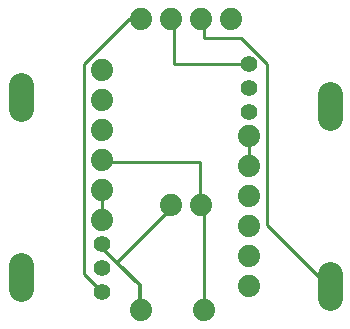
<source format=gbr>
G04 EAGLE Gerber RS-274X export*
G75*
%MOMM*%
%FSLAX34Y34*%
%LPD*%
%INTop Copper*%
%IPPOS*%
%AMOC8*
5,1,8,0,0,1.08239X$1,22.5*%
G01*
%ADD10C,1.879600*%
%ADD11C,2.095500*%
%ADD12C,1.422400*%
%ADD13C,0.304800*%
%ADD14C,0.254000*%


D10*
X124460Y266700D03*
X149860Y266700D03*
X175260Y266700D03*
X200660Y266700D03*
X177800Y20320D03*
X124460Y20320D03*
X175260Y109220D03*
X149860Y109220D03*
D11*
X22860Y190183D02*
X22860Y211138D01*
X22860Y58738D02*
X22860Y37783D01*
X284480Y30163D02*
X284480Y51118D01*
X284480Y182563D02*
X284480Y203518D01*
D12*
X91440Y35880D03*
X91440Y55880D03*
X91440Y75880D03*
D10*
X91440Y223520D03*
X91440Y198120D03*
X91440Y172720D03*
X91440Y147320D03*
X91440Y121920D03*
X91440Y96520D03*
X215900Y40640D03*
X215900Y66040D03*
X215900Y91440D03*
X215900Y116840D03*
X215900Y142240D03*
X215900Y167640D03*
D12*
X215900Y228280D03*
X215900Y208280D03*
X215900Y188280D03*
D13*
X104775Y60325D02*
X123825Y41275D01*
X104775Y60325D02*
X92075Y73025D01*
X123825Y41275D02*
X123825Y22225D01*
X92075Y73025D02*
X91440Y75880D01*
X123825Y22225D02*
X124460Y20320D01*
X104775Y60325D02*
X149225Y104775D01*
X149225Y107950D01*
X149860Y109220D01*
D14*
X88900Y38100D02*
X76200Y50800D01*
X76200Y228600D01*
X114300Y266700D01*
X124460Y266700D01*
X88900Y38100D02*
X91440Y35880D01*
X152400Y228600D02*
X215900Y228600D01*
X152400Y228600D02*
X152400Y266700D01*
X215900Y228600D02*
X215900Y228280D01*
X152400Y266700D02*
X149860Y266700D01*
X231775Y92075D02*
X282575Y41275D01*
X231775Y92075D02*
X231775Y228600D01*
X209550Y250825D01*
X177800Y250825D01*
X177800Y266700D01*
X282575Y41275D02*
X284480Y40640D01*
X177800Y266700D02*
X175260Y266700D01*
X177800Y107950D02*
X177800Y20320D01*
X177800Y107950D02*
X175260Y109220D01*
X174625Y146050D02*
X92075Y146050D01*
X174625Y146050D02*
X174625Y111125D01*
X92075Y146050D02*
X91440Y147320D01*
X174625Y111125D02*
X175260Y109220D01*
X92075Y98425D02*
X92075Y120650D01*
X92075Y98425D02*
X91440Y96520D01*
X92075Y120650D02*
X91440Y121920D01*
X215900Y142240D02*
X215900Y167640D01*
M02*

</source>
